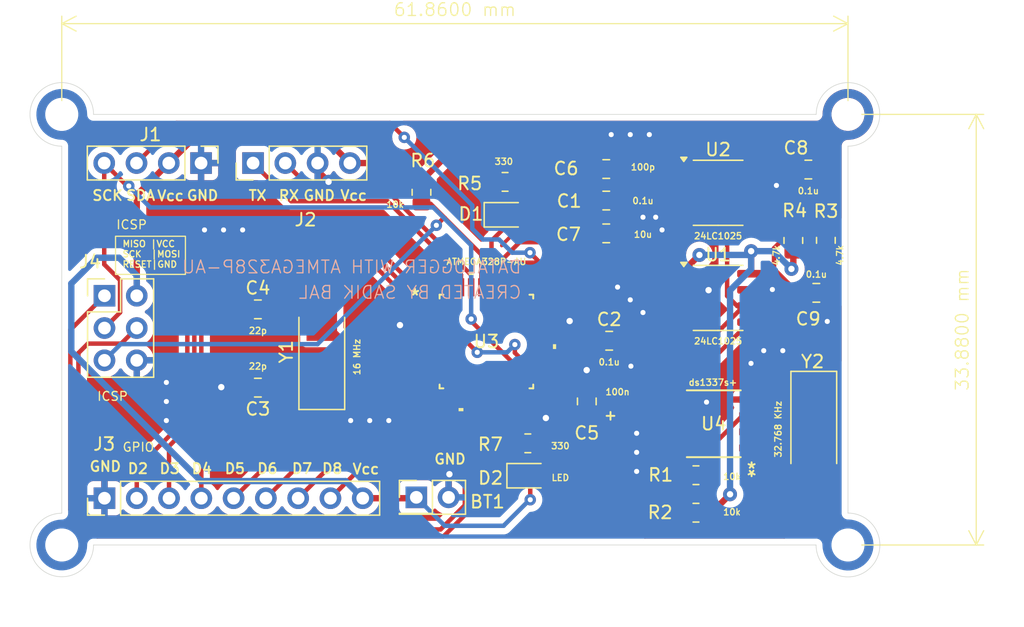
<source format=kicad_pcb>
(kicad_pcb (version 20240108) (generator "pcbnew") (generator_version "8.0")
  (title_block (title "MCU Datalogger 2 Layer Version ") (date "2025-08-22") (company "sadık"))
  (layers (0 "F.Cu" signal) (31 "B.Cu" signal) (34 "B.Paste" user) (35 "F.Paste" user) (36 "B.SilkS" user "B.Silkscreen") (37 "F.SilkS" user "F.Silkscreen") (38 "B.Mask" user) (39 "F.Mask" user) (44 "Edge.Cuts" user))
  (property "poroject_name" "MCU datalogger and clock")
  (net 0 "")
  (net 1 "GND")
  (net 2 "/Vcc")
  (net 3 "Net-(U3-AREF)")
  (net 4 "Net-(U3-PB7(PCINT7{slash}XTAL2{slash}TOSC2))")
  (net 5 "Net-(U3-PB6(PCINT6{slash}XTAL1{slash}TOSC1))")
  (net 6 "/SCK")
  (net 7 "Net-(D1-K)")
  (net 8 "Net-(D2-K)")
  (net 9 "/SDA")
  (net 10 "/TX")
  (net 11 "/RX")
  (net 12 "/D8")
  (net 13 "/D4")
  (net 14 "/D2")
  (net 15 "/D3")
  (net 16 "/D7")
  (net 17 "/D5")
  (net 18 "/D6")
  (net 19 "/MISO")
  (net 20 "/RESET")
  (net 21 "/MOSI")
  (net 22 "/inta")
  (net 23 "Net-(U4-SQW{slash}*INTB)")
  (net 33 "Net-(U4-X2)")
  (net 34 "Net-(U4-X1)")
  (footprint "Capacitor_SMD:C_0805_2012Metric" (layer "F.Cu") (at 121.58 139.49 90)
    (property "Reference" "C5")
    (property "Value" "100n")
  )
  (footprint "Capacitor_SMD:C_0805_2012Metric" (layer "F.Cu") (at 123.3411 134.72)
    (property "Reference" "C2")
    (property "Value" "0.1u")
  )
  (footprint "ul_ds1337s-:21-0041B_8_MXM" (layer "F.Cu") (at 131.57 141.25 180)
    (property "Reference" "U4")
    (property "Value" "ds1337s+")
  )
  (footprint "MountingHole:MountingHole_2.1mm" (layer "F.Cu") (at 142.13 116.91)
    (property "Reference" "H3" (hide yes))
    (property "Value" "MountingHole" (hide yes))
  )
  (footprint "LED_SMD:LED_0805_2012Metric" (layer "F.Cu") (at 115.19 124.81)
    (property "Reference" "D1")
    (property "Value" "LED" (hide yes))
  )
  (footprint "Capacitor_SMD:C_0805_2012Metric" (layer "F.Cu") (at 123.11 121.21 180)
    (property "Reference" "C6")
    (property "Value" "100p")
  )
  (footprint "MountingHole:MountingHole_2.1mm" (layer "F.Cu") (at 142.13 150.79)
    (property "Reference" "H4" (hide yes))
    (property "Value" "MountingHole" (hide yes))
  )
  (footprint "Capacitor_SMD:C_0805_2012Metric" (layer "F.Cu") (at 95.7 138.41 180)
    (property "Reference" "C3")
    (property "Value" "22p")
  )
  (footprint "Crystal:Crystal_SMD_5032-2Pin_5.0x3.2mm_HandSoldering" (layer "F.Cu") (at 100.73 135.58 90)
    (property "Reference" "Y1")
    (property "Value" "16 MHz")
  )
  (footprint "Connector_PinHeader_2.54mm:PinHeader_1x04_P2.54mm_Vertical" (layer "F.Cu") (at 91.23 120.74 -90)
    (property "Reference" "J1")
    (property "Value" "Conn_01x04_Pin" (hide yes))
  )
  (footprint "Connector_PinHeader_2.54mm:PinHeader_1x04_P2.54mm_Vertical" (layer "F.Cu") (at 95.32 120.74 90)
    (property "Reference" "J2")
    (property "Value" "Conn_01x04_Pin" (hide yes))
  )
  (footprint "Resistor_SMD:R_0805_2012Metric" (layer "F.Cu") (at 130.17 145.3)
    (property "Reference" "R1")
    (property "Value" "10k")
  )
  (footprint "Connector_PinHeader_2.54mm:PinHeader_2x01_P2.54mm_Vertical" (layer "F.Cu") (at 108.165 147.04)
    (property "Reference" "BT1")
    (property "Value" "Battery" (hide yes))
  )
  (footprint "LED_SMD:LED_0805_2012Metric" (layer "F.Cu") (at 116.98 145.34)
    (property "Reference" "D2")
    (property "Value" "LED")
  )
  (footprint "Capacitor_SMD:C_0805_2012Metric" (layer "F.Cu") (at 139.01 121.25)
    (property "Reference" "C8")
    (property "Value" "0.1u")
  )
  (footprint "MountingHole:MountingHole_2.1mm" (layer "F.Cu") (at 80.27 116.91)
    (property "Reference" "H1" (hide yes))
    (property "Value" "MountingHole" (hide yes))
  )
  (footprint "MountingHole:MountingHole_2.1mm" (layer "F.Cu") (at 80.27 150.79)
    (property "Reference" "H2" (hide yes))
    (property "Value" "MountingHole" (hide yes))
  )
  (footprint "Resistor_SMD:R_0805_2012Metric" (layer "F.Cu") (at 116.94 142.79)
    (property "Reference" "R7")
    (property "Value" "330")
  )
  (footprint "Capacitor_SMD:C_0805_2012Metric" (layer "F.Cu") (at 123.11 123.69 180)
    (property "Reference" "C1")
    (property "Value" "0.1u")
  )
  (footprint "Resistor_SMD:R_0805_2012Metric" (layer "F.Cu") (at 108.5711 123.04 90)
    (property "Reference" "R6")
    (property "Value" "10k")
  )
  (footprint "Capacitor_SMD:C_0805_2012Metric" (layer "F.Cu") (at 95.7 132.25)
    (property "Reference" "C4")
    (property "Value" "22p")
  )
  (footprint "Connector_PinHeader_2.54mm:PinHeader_1x09_P2.54mm_Vertical" (layer "F.Cu") (at 83.63 147.11 90)
    (property "Reference" "J3")
    (property "Value" "Conn_01x09_Pin" (hide yes))
  )
  (footprint "Capacitor_SMD:C_0805_2012Metric" (layer "F.Cu") (at 139.64 130.95 180)
    (property "Reference" "C9")
    (property "Value" "0.1u")
  )
  (footprint "Resistor_SMD:R_0805_2012Metric" (layer "F.Cu") (at 130.17 148.25 180)
    (property "Reference" "R2")
    (property "Value" "10k")
  )
  (footprint "Crystal:Crystal_SMD_5032-2Pin_5.0x3.2mm_HandSoldering" (layer "F.Cu") (at 139.44 141.68 -90)
    (property "Reference" "Y2")
    (property "Value" "32.768 KHz")
  )
  (footprint "Resistor_SMD:R_0805_2012Metric" (layer "F.Cu") (at 137.83 126.83 90)
    (property "Reference" "R4")
    (property "Value" "4.7k")
  )
  (footprint "Package_SO:SOIC-8_3.9x4.9mm_P1.27mm" (layer "F.Cu") (at 131.9111 131.35)
    (property "Reference" "U1")
    (property "Value" "24LC1025")
  )
  (footprint "Capacitor_SMD:C_0805_2012Metric" (layer "F.Cu") (at 123.11 126.27 180)
    (property "Reference" "C7")
    (property "Value" "10u")
  )
  (footprint "Resistor_SMD:R_0805_2012Metric" (layer "F.Cu") (at 115.15 122.22)
    (property "Reference" "R5")
    (property "Value" "330")
  )
  (footprint "ul_ATMEGA328P-AU:TQFP32_32A_MCH" (layer "F.Cu") (at 113.6811 134.78)
    (property "Reference" "U3")
    (property "Value" "ATMEGA328P-AU")
  )
  (footprint "Connector_PinHeader_2.54mm:PinHeader_2x03_P2.54mm_Vertical" (layer "F.Cu") (at 83.63 131.18)
    (property "Reference" "J4")
    (property "Value" "Conn_02x03_Odd_Even" (hide yes))
  )
  (footprint "Resistor_SMD:R_0805_2012Metric" (layer "F.Cu") (at 140.39 126.82 90)
    (property "Reference" "R3")
    (property "Value" "4.7k")
  )
  (footprint "Package_SO:SOIC-8_3.9x4.9mm_P1.27mm" (layer "F.Cu") (at 131.9111 123.08)
    (property "Reference" "U2")
    (property "Value" "24LC1025")
  )
  (gr_rect (start 84.5 126.5) (end 90 129.5) (stroke (width 0.1)) (fill none) (layer "F.SilkS"))
  (gr_arc (start 80.27 119.41) (mid 78.502233 115.142233) (end 82.77 116.91) (stroke (width 0.05)) (layer "Edge.Cuts"))
  (gr_arc (start 142.13 148.28) (mid 143.904838 152.564838) (end 139.62 150.79) (stroke (width 0.05)) (layer "Edge.Cuts"))
  (gr_line (start 82.77 116.91) (end 139.63 116.91) (stroke (width 0.05)) (layer "Edge.Cuts"))
  (gr_arc (start 82.77 150.79) (mid 78.502233 152.557767) (end 80.27 148.29) (stroke (width 0.05)) (layer "Edge.Cuts"))
  (gr_line (start 142.13 119.41) (end 142.13 148.28) (stroke (width 0.05)) (layer "Edge.Cuts"))
  (gr_arc (start 139.63 116.91) (mid 143.897767 115.142233) (end 142.13 119.41) (stroke (width 0.05)) (layer "Edge.Cuts"))
  (gr_line (start 139.62 150.79) (end 82.77 150.79) (stroke (width 0.05)) (layer "Edge.Cuts"))
  (gr_line (start 80.27 148.29) (end 80.27 119.41) (stroke (width 0.05)) (layer "Edge.Cuts"))
  (gr_text "DATALOGGER WITH ATMEGA328P-AU" (at 116.5 129.5 0) (layer "B.SilkS") (effects (font (size 1 1) (thickness 0.1)) (justify left bottom mirror)))
  (gr_text "CREATED BY SADIK BAL" (at 116.5 131.5 0) (layer "B.SilkS") (effects (font (size 1 1) (thickness 0.1)) (justify left bottom mirror)))
  (gr_text "RX" (at 97.26 123.76 0) (layer "F.SilkS") (effects (font (size 0.8 0.8)) (justify left bottom)))
  (gr_text "D7" (at 98.3 145.25 0) (layer "F.SilkS") (effects (font (size 0.8 0.8)) (justify left bottom)))
  (gr_text "D5" (at 93.01 145.25 0) (layer "F.SilkS") (effects (font (size 0.8 0.8)) (justify left bottom)))
  (gr_text "SDA" (at 85.25 123.76 0) (layer "F.SilkS") (effects (font (size 0.8 0.8)) (justify left bottom)))
  (gr_text "Vcc" (at 102.11 123.76 0) (layer "F.SilkS") (effects (font (size 0.8 0.8)) (justify left bottom)))
  (gr_text "D6" (at 95.57 145.25 0) (layer "F.SilkS") (effects (font (size 0.8 0.8)) (justify left bottom)))
  (gr_text "D4" (at 90.41 145.25 0) (layer "F.SilkS") (effects (font (size 0.8 0.8)) (justify left bottom)))
  (gr_text "GND" (at 82.38 145.08 0) (layer "F.SilkS") (effects (font (size 0.8 0.8)) (justify left bottom)))
  (gr_text "GND" (at 99.21 123.76 0) (layer "F.SilkS") (effects (font (size 0.8 0.8)) (justify left bottom)))
  (gr_text "D2" (at 85.38 145.25 0) (layer "F.SilkS") (effects (font (size 0.8 0.8)) (justify left bottom)))
  (gr_text "TX" (at 94.89 123.76 0) (layer "F.SilkS") (effects (font (size 0.8 0.8)) (justify left bottom)))
  (gr_text "GND" (at 90.03 123.76 0) (layer "F.SilkS") (effects (font (size 0.8 0.8)) (justify left bottom)))
  (gr_text "SCK" (at 82.59 123.76 0) (layer "F.SilkS") (effects (font (size 0.8 0.8)) (justify left bottom)))
  (gr_text "D8" (at 100.67 145.25 0) (layer "F.SilkS") (effects (font (size 0.8 0.8)) (justify left bottom)))
  (gr_text "GND" (at 109.5 144.5 0) (layer "F.SilkS") (effects (font (size 0.8 0.8)) (justify left bottom)))
  (gr_text "+" (at 122.85 141.04 0) (layer "F.SilkS") (effects (font (size 0.8 0.8) (thickness 0.15) (bold yes)) (justify left bottom)))
  (gr_text "ICSP" (at 84.5 126 0) (layer "F.SilkS") (effects (font (size 0.7 0.7) (thickness 0.1)) (justify left bottom)))
  (gr_text "Vcc" (at 87.7 123.78 0) (layer "F.SilkS") (effects (font (size 0.8 0.8)) (justify left bottom)))
  (gr_text "GPIO" (at 85 143.5 0) (layer "F.SilkS") (effects (font (size 0.7 0.7) (thickness 0.1)) (justify left bottom)))
  (gr_text "MISO |VCC\nSCK  |MOSI\nRESET|GND" (at 85 129 0) (layer "F.SilkS") (effects (font (size 0.5 0.5) (thickness 0.1)) (justify left bottom)))
  (gr_text "D3" (at 87.88 145.25 0) (layer "F.SilkS") (effects (font (size 0.8 0.8)) (justify left bottom)))
  (gr_text "Vcc" (at 103.07 145.28 0) (layer "F.SilkS") (effects (font (size 0.8 0.8)) (justify left bottom)))
  (gr_text "ICSP" (at 83 139.5 0) (layer "F.SilkS") (effects (font (size 0.7 0.7) (thickness 0.1)) (justify left bottom)))
  (dimension (type aligned) (layer "F.SilkS") (pts (xy 142.13 116.91) (xy 142.13 150.79)) (height -10.09) (gr_text "33.8800 mm" (at 151.12 133.85 90) (layer "F.SilkS") (effects (font (size 1 1) (thickness 0.1)))) (format (prefix "") (suffix "") (units 3) (units_format 1) (precision 4)) (style (thickness 0.1) (arrow_length 1.27) (text_position_mode 0) (extension_height 0.58642) (extension_offset 0.5) keep_text_aligned))
  (dimension (type aligned) (layer "F.SilkS") (pts (xy 142.13 116.91) (xy 80.27 116.91)) (height 7.139999) (gr_text "61.8600 mm" (at 111.2 108.670001 0) (layer "F.SilkS") (effects (font (size 1 1) (thickness 0.1)))) (format (prefix "") (suffix "") (units 3) (units_format 1) (precision 4)) (style (thickness 0.1) (arrow_length 1.27) (text_position_mode 0) (extension_height 0.58642) (extension_offset 0.5) keep_text_aligned))
  (segment (start 100.4 121.355) (end 101.26 122.215) (width 0.5) (layer "F.Cu") (net 1))
  (segment (start 138.69 131.39) (end 140.5 133.2) (width 0.5) (layer "F.Cu") (net 1))
  (segment (start 83.63 147.11) (end 83.63 142.57) (width 0.5) (layer "F.Cu") (net 1))
  (segment (start 124.2911 135.9611) (end 125.05 136.72) (width 0.5) (layer "F.Cu") (net 1))
  (segment (start 134.3861 130.715) (end 136.155 130.715) (width 0.5) (layer "F.Cu") (net 1))
  (segment (start 133.757706 122.445) (end 134.3861 122.445) (width 0.5) (layer "F.Cu") (net 1))
  (segment (start 107.679999 135.179999) (end 106.88 134.38) (width 0.5) (layer "F.Cu") (net 1))
  (segment (start 124.2911 134.72) (end 124.2911 135.9611) (width 0.5) (layer "F.Cu") (net 1))
  (segment (start 119.019999 134.380001) (end 120.23 133.17) (width 0.5) (layer "F.Cu") (net 1))
  (segment (start 117.8525 141.3075) (end 118.36 140.8) (width 0.5) (layer "F.Cu") (net 1))
  (segment (start 134.291348 139.345) (end 134.291348 136.708652) (width 0.5) (layer "F.Cu") (net 1))
  (segment (start 109.4139 133.58) (end 106.97 133.58) (width 0.5) (layer "F.Cu") (net 1))
  (segment (start 136.155 130.715) (end 136.18 130.69) (width 0.5) (layer "F.Cu") (net 1))
  (segment (start 92.86 138.41) (end 92.82 138.37) (width 0.5) (layer "F.Cu") (net 1))
  (segment (start 136.445 122.445) (end 136.5 122.5) (width 0.5) (layer "F.Cu") (net 1))
  (segment (start 117.9483 134.380001) (end 119.019999 134.380001) (width 0.5) (layer "F.Cu") (net 1))
  (segment (start 138.69 130.95) (end 138.69 131.39) (width 0.5) (layer "F.Cu") (net 1))
  (segment (start 86.17 140.03) (end 86.17 136.26) (width 0.5) (layer "F.Cu") (net 1))
  (segment (start 100.4 120.74) (end 100.4 121.355) (width 0.5) (layer "F.Cu") (net 1))
  (segment (start 109.4139 135.179999) (end 107.679999 135.179999) (width 0.5) (layer "F.Cu") (net 1))
  (segment (start 134.3861 122.445) (end 136.445 122.445) (width 0.5) (layer "F.Cu") (net 1))
  (segment (start 110.705 147.04) (end 110.705 145.285) (width 0.5) (layer "F.Cu") (net 1))
  (segment (start 129.4361 130.715) (end 131.135 130.715) (width 0.5) (layer "F.Cu") (net 1))
  (segment (start 121.58 137.04) (end 121.57 137.03) (width 0.5) (layer "F.Cu") (net 1))
  (segment (start 83.63 142.57) (end 86.17 140.03) (width 0.5) (layer "F.Cu") (net 1))
  (segment (start 131.135 130.715) (end 131.16 130.74) (width 0.5) (layer "F.Cu") (net 1))
  (segment (start 134.291348 136.708652) (end 134.5 136.5) (width 0.5) (layer "F.Cu") (net 1))
  (segment (start 121.58 138.54) (end 121.58 137.04) (width 0.5) (layer "F.Cu") (net 1))
  (segment (start 110.705 145.285) (end 110.77 145.22) (width 0.5) (layer "F.Cu") (net 1))
  (segment (start 106.88 134.38) (end 106.88 133.49) (width 0.5) (layer "F.Cu") (net 1))
  (segment (start 94.75 138.41) (end 94.75 139.1) (width 0.5) (layer "F.Cu") (net 1))
  (segment (start 106.97 133.58) (end 106.88 133.49) (width 0.5) (layer "F.Cu") (net 1))
  (segment (start 94.75 138.41) (end 92.86 138.41) (width 0.5) (layer "F.Cu") (net 1))
  (segment (start 117.8525 142.79) (end 117.8525 141.3075) (width 0.5) (layer "F.Cu") (net 1))
  (via (at 131 139.55) (size 0.9) (drill 0.4) (layers "F.Cu" "B.Cu") (net 1))
  (via (at 125 118.5) (size 0.9) (drill 0.4) (layers "F.Cu" "B.Cu") (net 1))
  (via (at 106 141) (size 0.9) (drill 0.4) (layers "F.Cu" "B.Cu") (net 1))
  (via (at 125.05 136.72) (size 0.9) (drill 0.4) (layers "F.Cu" "B.Cu") (net 1))
  (via (at 94.5 126) (size 0.9) (drill 0.4) (layers "F.Cu" "B.Cu") (net 1))
  (via (at 88.5 139.5) (size 0.9) (drill 0.4) (layers "F.Cu" "B.Cu") (net 1))
  (via (at 104.5 141) (size 0.9) (drill 0.4) (layers "F.Cu" "B.Cu") (net 1))
  (via (at 110.77 145.22) (size 1.1) (drill 0.5) (layers "F.Cu" "B.Cu") (net 1))
  (via (at 118.36 140.8) (size 1.1) (drill 0.5) (layers "F.Cu" "B.Cu") (net 1))
  (via (at 91.5 126) (size 0.9) (drill 0.4) (layers "F.Cu" "B.Cu") (net 1))
  (via (at 127.5 126) (size 0.9) (drill 0.4) (layers "F.Cu" "B.Cu") (net 1))
  (via (at 120.23 133.17) (size 1.1) (drill 0.5) (layers "F.Cu" "B.Cu") (net 1))
  (via (at 103 141) (size 0.9) (drill 0.4) (layers "F.Cu" "B.Cu") (net 1))
  (via (at 123.5 118.5) (size 0.9) (drill 0.4) (layers "F.Cu" "B.Cu") (net 1))
  (via (at 127 125) (size 0.9) (drill 0.4) (layers "F.Cu" "B.Cu") (net 1))
  (via (at 140.5 133.2) (size 0.9) (drill 0.4) (layers "F.Cu" "B.Cu") (net 1))
  (via (at 93 126) (size 0.9) (drill 0.4) (layers "F.Cu" "B.Cu") (net 1))
  (via (at 121.57 137.03) (size 1.1) (drill 0.5) (layers "F.Cu" "B.Cu") (net 1))
  (via (at 126 125) (size 0.9) (drill 0.4) (layers "F.Cu" "B.Cu") (net 1))
  (via (at 101.26 122.215) (size 1.1) (drill 0.5) (layers "F.Cu" "B.Cu") (net 1))
  (via (at 92.82 138.37) (size 1.1) (drill 0.5) (layers "F.Cu" "B.Cu") (net 1))
  (via (at 88.5 141) (size 0.9) (drill 0.4) (layers "F.Cu" "B.Cu") (net 1))
  (via (at 124 130.5) (size 0.9) (drill 0.4) (layers "F.Cu" "B.Cu") (net 1))
  (via (at 125 131.5) (size 0.9) (drill 0.4) (layers "F.Cu" "B.Cu") (net 1))
  (via (at 106.88 133.49) (size 1.1) (drill 0.5) (layers "F.Cu" "B.Cu") (net 1))
  (via (at 134.5 136.5) (size 0.9) (drill 0.4) (layers "F.Cu" "B.Cu") (net 1))
  (via (at 88.5 138) (size 0.9) (drill 0.4) (layers "F.Cu" "B.Cu") (net 1))
  (via (at 126.5 118.5) (size 0.9) (drill 0.4) (layers "F.Cu" "B.Cu") (net 1))
  (via (at 135.5 135.5) (size 0.9) (drill 0.4) (layers "F.Cu" "B.Cu") (net 1))
  (via (at 136.18 130.69) (size 0.9) (drill 0.4) (layers "F.Cu" "B.Cu") (net 1))
  (via (at 137 135.5) (size 0.9) (drill 0.4) (layers "F.Cu" "B.Cu") (net 1))
  (via (at 126 132.5) (size 0.9) (drill 0.4) (layers "F.Cu" "B.Cu") (net 1))
  (via (at 131.16 130.74) (size 1.1) (drill 0.5) (layers "F.Cu" "B.Cu") (net 1))
  (via (at 136.5 122.5) (size 0.9) (drill 0.4) (layers "F.Cu" "B.Cu") (net 1))
  (via (at 125.5 142) (size 0.9) (drill 0.4) (layers "F.Cu" "B.Cu") (net 1))
  (via (at 125.5 145) (size 0.9) (drill 0.4) (layers "F.Cu" "B.Cu") (net 1))
  (via (at 125.5 143.5) (size 0.9) (drill 0.4) (layers "F.Cu" "B.Cu") (net 1))
  (segment (start 140.39 127.7325) (end 140.39 130.75) (width 0.5) (layer "F.Cu") (net 2))
  (segment (start 107.1836 120.74) (end 108.5711 122.1275) (width 0.5) (layer "F.Cu") (net 2))
  (segment (start 129.4361 129.445) (end 128.461101 129.445) (width 0.5) (layer "F.Cu") (net 2))
  (segment (start 134.51 129.3211) (end 134.3861 129.445) (width 0.5) (layer "F.Cu") (net 2))
  (segment (start 117.13 147.23) (end 117.13 146.1275) (width 0.35) (layer "F.Cu") (net 2))
  (segment (start 115.92 135.6669) (end 117.033101 136.780001) (width 0.35) (layer "F.Cu") (net 2))
  (segment (start 129.2575 143.563848) (end 128.848652 143.155) (width 0.5) (layer "F.Cu") (net 2))
  (segment (start 86.17 123.26) (end 88.69 120.74) (width 0.5) (layer "F.Cu") (net 2))
  (segment (start 129.4361 122.445) (end 129.4361 123.715) (width 0.5) (layer "F.Cu") (net 2))
  (segment (start 108.095 147.11) (end 108.165 147.04) (width 0.5) (layer "F.Cu") (net 2))
  (segment (start 117.033101 136.780001) (end 117.9483 136.780001) (width 0.35) (layer "F.Cu") (net 2))
  (segment (start 111.710001 134.380001) (end 112.96 135.63) (width 0.35) (layer "F.Cu") (net 2))
  (segment (start 124.06 121.21) (end 123.952588 121.21) (width 0.5) (layer "F.Cu") (net 2))
  (segment (start 119.230001 136.780001) (end 117.9483 136.780001) (width 0.35) (layer "F.Cu") (net 2))
  (segment (start 129.4361 121.175) (end 129.4361 122.445) (width 0.5) (layer "F.Cu") (net 2))
  (segment (start 129.2575 145.3) (end 129.2575 143.563848) (width 0.5) (layer "F.Cu") (net 2))
  (segment (start 129.4361 128.9739) (end 129.4361 129.445) (width 0.5) (layer "F.Cu") (net 2))
  (segment (start 119.89 137.42) (end 119.87 137.42) (width 0.35) (layer "F.Cu") (net 2))
  (segment (start 127.235 129.445) (end 129.4361 129.445) (width 0.5) (layer "F.Cu") (net 2))
  (segment (start 124.06 126.27) (end 127.235 129.445) (width 0.5) (layer "F.Cu") (net 2))
  (segment (start 131.0825 148.25) (end 131.4 148.25) (width 0.5) (layer "F.Cu") (net 2))
  (segment (start 115.92 135.02) (end 115.92 135.6669) (width 0.35) (layer "F.Cu") (net 2))
  (segment (start 134.51 127.67) (end 134.51 129.3211) (width 0.5) (layer "F.Cu") (net 2))
  (segment (start 119.87 137.42) (end 119.230001 136.780001) (width 0.35) (layer "F.Cu") (net 2))
  (segment (start 131.0825 147.125) (end 129.2575 145.3) (width 0.5) (layer "F.Cu") (net 2))
  (segment (start 124.06 121.21) (end 124.06 123.69) (width 0.5) (layer "F.Cu") (net 2))
  (segment (start 129.4361 121.175) (end 134.3861 121.175) (width 0.5) (layer "F.Cu") (net 2))
  (segment (start 100.84 118.64) (end 102.94 120.74) (width 0.5) (layer "F.Cu") (net 2))
  (segment (start 129.4011 121.21) (end 129.4361 121.175) (width 0.5) (layer "F.Cu") (net 2))
  (segment (start 124.06 121.21) (end 129.4011 121.21) (width 0.5) (layer "F.Cu") (net 2))
  (segment (start 122.727588 119.985) (end 110.7136 119.985) (width 0.5) (layer "F.Cu") (net 2))
  (segment (start 137.83 128.92) (end 137.68 129.07) (width 0.5) (layer "F.Cu") (net 2))
  (segment (start 131.0825 148.25) (end 131.0825 147.125) (width 0.5) (layer "F.Cu") (net 2))
  (segment (start 130.44 127.97) (end 129.4361 128.9739) (width 0.5) (layer "F.Cu") (net 2))
  (segment (start 121.58 141.6775) (end 117.9175 145.34) (width 0.35) (layer "F.Cu") (net 2))
  (segment (start 127.815 131.985) (end 129.4361 131.985) (width 0.5) (layer "F.Cu") (net 2))
  (segment (start 127.15 130.756101) (end 127.15 131.32) (width 0.5) (layer "F.Cu") (net 2))
  (segment (start 128.461101 129.445) (end 127.15 130.756101) (width 0.5) (layer "F.Cu") (net 2))
  (segment (start 140.39 130.75) (end 140.59 130.95) (width 0.5) (layer "F.Cu") (net 2))
  (segment (start 138.06 121.25) (end 134.4611 121.25) (width 0.5) (layer "F.Cu") (net 2))
  (segment (start 124.06 123.69) (end 124.06 126.27) (width 0.5) (layer "F.Cu") (net 2))
  (segment (start 86.17 131.18) (end 86.17 123.26) (width 0.5) (layer "F.Cu") (net 2))
  (segment (start 121.58 140.44) (end 121.58 141.6775) (width 0.35) (layer "F.Cu") (net 2))
  (segment (start 103.95 147.11) (end 108.095 147.11) (width 0.5) (layer "F.Cu") (net 2))
  (segment (start 110.7136 119.985) (end 108.5711 122.1275) (width 0.5) (layer "F.Cu") (net 2))
  (segment (start 121.58 140.44) (end 119.89 138.75) (width 0.35) (layer "F.Cu") (net 2))
  (segment (start 134.4611 121.25) (end 134.3861 121.175) (width 0.5) (layer "F.Cu") (net 2))
  (segment (start 109.4139 134.380001) (end 111.710001 134.380001) (width 0.35) (layer "F.Cu") (net 2))
  (segment (start 131.4 148.25) (end 132.85 146.8) (width 0.5) (layer "F.Cu") (net 2))
  (segment (start 88.69 120.74) (end 90.79 118.64) (width 0.5) (layer "F.Cu") (net 2))
  (segment (start 137.83 127.7425) (end 137.83 128.92) (width 0.5) (layer "F.Cu") (net 2))
  (segment (start 140.39 127.7325) (end 137.84 127.7325) (width 0.5) (layer "F.Cu") (net 2))
  (segment (start 102.94 120.74) (end 107.1836 120.74) (width 0.5) (layer "F.Cu") (net 2))
  (segment (start 90.79 118.64) (end 100.84 118.64) (width 0.5) (layer "F.Cu") (net 2))
  (segment (start 127.15 131.32) (end 127.815 131.985) (width 0.5) (layer "F.Cu") (net 2))
  (segment (start 119.89 138.75) (end 119.89 137.42) (width 0.35) (layer "F.Cu") (net 2))
  (segment (start 123.952588 121.21) (end 122.727588 119.985) (width 0.5) (layer "F.Cu") (net 2))
  (segment (start 137.84 127.7325) (end 137.83 127.7425) (width 0.5) (layer "F.Cu") (net 2))
  (segment (start 117.13 146.1275) (end 117.9175 145.34) (width 0.35) (layer "F.Cu") (net 2))
  (via (at 112.96 135.63) (size 0.9) (drill 0.4) (layers "F.Cu" "B.Cu") (net 2))
  (via (at 117.13 147.23) (size 0.9) (drill 0.4) (layers "F.Cu" "B.Cu") (net 2))
  (via (at 132.85 146.8) (size 1.1) (drill 0.5) (layers "F.Cu" "B.Cu") (net 2))
  (via (at 134.51 127.67) (size 1.1) (drill 0.5) (layers "F.Cu" "B.Cu") (net 2))
  (via (at 137.68 129.07) (size 1.1) (drill 0.5) (layers "F.Cu" "B.Cu") (net 2))
  (via (at 115.92 135.02) (size 0.9) (drill 0.4) (layers "F.Cu" "B.Cu") (net 2))
  (via (at 130.44 127.97) (size 1.1) (drill 0.5) (layers "F.Cu" "B.Cu") (net 2))
  (segment (start 81.02 135.559189) (end 81.02 130.22) (width 0.5) (layer "B.Cu") (net 2))
  (segment (start 83.05 128.19) (end 84.78 128.19) (width 0.5) (layer "B.Cu") (net 2))
  (segment (start 115.04 149.27) (end 117.08 147.23) (width 0.35) (layer "B.Cu") (net 2))
  (segment (start 136.28 127.67) (end 137.68 129.07) (width 0.5) (layer "B.Cu") (net 2))
  (segment (start 81.02 130.22) (end 83.05 128.19) (width 0.5) (layer "B.Cu") (net 2))
  (segment (start 134.51 129.09) (end 132.85 130.75) (width 0.5) (layer "B.Cu") (net 2))
  (segment (start 132.85 130.75) (end 132.85 146.8) (width 0.5) (layer "B.Cu") (net 2))
  (segment (start 91.220811 145.76) (end 81.02 135.559189) (width 0.5) (layer "B.Cu") (net 2))
  (segment (start 112.96 135.63) (end 115.31 135.63) (width 0.35) (layer "B.Cu") (net 2))
  (segment (start 134.21 127.97) (end 134.51 127.67) (width 0.5) (layer "B.Cu") (net 2))
  (segment (start 86.17 129.58) (end 86.17 131.18) (width 0.5) (layer "B.Cu") (net 2))
  (segment (start 134.51 127.67) (end 134.51 129.09) (width 0.5) (layer "B.Cu") (net 2))
  (segment (start 84.78 128.19) (end 86.17 129.58) (width 0.5) (layer "B.Cu") (net 2))
  (segment (start 110.405 149.28) (end 115.03 149.28) (width 0.35) (layer "B.Cu") (net 2))
  (segment (start 117.08 147.23) (end 117.13 147.23) (width 0.35) (layer "B.Cu") (net 2))
  (segment (start 108.165 147.04) (end 110.405 149.28) (width 0.35) (layer "B.Cu") (net 2))
  (segment (start 130.44 127.97) (end 134.21 127.97) (width 0.5) (layer "B.Cu") (net 2))
  (segment (start 134.51 127.67) (end 136.28 127.67) (width 0.5) (layer "B.Cu") (net 2))
  (segment (start 102.6 145.76) (end 91.220811 145.76) (width 0.5) (layer "B.Cu") (net 2))
  (segment (start 103.95 147.11) (end 102.6 145.76) (width 0.5) (layer "B.Cu") (net 2))
  (segment (start 115.31 135.63) (end 115.92 135.02) (width 0.35) (layer "B.Cu") (net 2))
  (segment (start 115.03 149.28) (end 115.04 149.27) (width 0.35) (layer "B.Cu") (net 2))
  (segment (start 121.931101 135.179999) (end 117.9483 135.179999) (width 0.35) (layer "F.Cu") (net 3))
  (segment (start 122.3911 134.72) (end 121.931101 135.179999) (width 0.35) (layer "F.Cu") (net 3))
  (segment (start 100.5 138.41) (end 100.73 138.18) (width 0.35) (layer "F.Cu") (net 4))
  (segment (start 100.73 138.18) (end 108.813899 138.18) (width 0.35) (layer "F.Cu") (net 4))
  (segment (start 96.65 138.41) (end 100.5 138.41) (width 0.35) (layer "F.Cu") (net 4))
  (segment (start 108.813899 138.18) (end 109.4139 137.579999) (width 0.35) (layer "F.Cu") (net 4))
  (segment (start 97.38 132.98) (end 100.73 132.98) (width 0.35) (layer "F.Cu") (net 5))
  (segment (start 100.73 132.98) (end 104.529999 136.779999) (width 0.35) (layer "F.Cu") (net 5))
  (segment (start 96.65 132.25) (end 97.38 132.98) (width 0.35) (layer "F.Cu") (net 5))
  (segment (start 104.529999 136.779999) (end 109.4139 136.779999) (width 0.35) (layer "F.Cu") (net 5))
  (segment (start 127.72 139.947497) (end 127.72 138.199482) (width 0.35) (layer "F.Cu") (net 6))
  (segment (start 140.39 125.9075) (end 138.1975 123.715) (width 0.35) (layer "F.Cu") (net 6))
  (segment (start 84.855 129.955) (end 84.855 132.495) (width 0.35) (layer "F.Cu") (net 6))
  (segment (start 84.29 121.42) (end 83.61 120.74) (width 0.35) (layer "F.Cu") (net 6))
  (segment (start 83.61 128.71) (end 84.855 129.955) (width 0.35) (layer "F.Cu") (net 6))
  (segment (start 133.411101 131.985) (end 132.62 131.193899) (width 0.35) (layer "F.Cu") (net 6))
  (segment (start 116.8871 137.579999) (end 114.081099 134.773998) (width 0.35) (layer "F.Cu") (net 6))
  (segment (start 127.72 136.462378) (end 127.72 138.199482) (width 0.35) (layer "F.Cu") (net 6))
  (segment (start 114.081099 134.771099) (end 114.081099 134.773998) (width 0.35) (layer "F.Cu") (net 6))
  (segment (start 114.081099 134.773998) (end 114.081099 130.5128) (width 0.35) (layer "F.Cu") (net 6))
  (segment (start 112.48 133.17) (end 114.081099 134.771099) (width 0.35) (layer "F.Cu") (net 6))
  (segment (start 134.3861 131.985) (end 133.411101 131.985) (width 0.35) (layer "F.Cu") (net 6))
  (segment (start 118.222622 126.965) (end 127.72 136.462378) (width 0.35) (layer "F.Cu") (net 6))
  (segment (start 133.595 123.715) (end 134.3861 123.715) (width 0.35) (layer "F.Cu") (net 6))
  (segment (start 117.9483 137.579999) (end 116.8871 137.579999) (width 0.35) (layer "F.Cu") (net 6))
  (segment (start 132.62 124.69) (end 133.595 123.715) (width 0.35) (layer "F.Cu") (net 6))
  (segment (start 116.296099 126.965) (end 118.222622 126.965) (width 0.35) (layer "F.Cu") (net 6))
  (segment (start 128.848652 140.615) (end 128.387503 140.615) (width 0.35) (layer "F.Cu") (net 6))
  (segment (start 127.72 138.199482) (end 133.934482 131.985) (width 0.35) (layer "F.Cu") (net 6))
  (segment (start 133.934482 131.985) (end 134.3861 131.985) (width 0.35) (layer "F.Cu") (net 6))
  (segment (start 114.081099 126.856401) (end 114.081099 129.18) (width 0.35) (layer "F.Cu") (net 6))
  (segment (start 83.61 120.74) (end 83.61 128.71) (width 0.35) (layer "F.Cu") (net 6))
  (segment (start 114.081099 129.18) (end 114.081099 130.5128) (width 0.35) (layer "F.Cu") (net 6))
  (segment (start 112.48 133.01) (end 112.48 133.17) (width 0.35) (layer "F.Cu") (net 6))
  (segment (start 116.1275 124.81) (end 114.081099 126.856401) (width 0.35) (layer "F.Cu") (net 6))
  (segment (start 84.855 132.495) (end 83.63 133.72) (width 0.35) (layer "F.Cu") (net 6))
  (segment (start 114.081099 129.18) (end 116.296099 126.965) (width 0.35) (layer "F.Cu") (net 6))
  (segment (start 128.387503 140.615) (end 127.72 139.947497) (width 0.35) (layer "F.Cu") (net 6))
  (segment (start 132.62 131.193899) (end 132.62 124.69) (width 0.35) (layer "F.Cu") (net 6))
  (segment (start 85.413248 122.543248) (end 84.29 121.42) (width 0.35) (layer "F.Cu") (net 6))
  (segment (start 85.543248 122.543248) (end 85.413248 122.543248) (width 0.35) (layer "F.Cu") (net 6))
  (segment (start 138.1975 123.715) (end 134.3861 123.715) (width 0.35) (layer "F.Cu") (net 6))
  (via (at 112.48 133.01) (size 0.9) (drill 0.4) (layers "F.Cu" "B.Cu") (net 6))
  (via (at 85.543248 122.543248) (size 0.9) (drill 0.4) (layers "F.Cu" "B.Cu") (net 6))
  (segment (start 85.543248 122.543248) (end 87.23 124.23) (width 0.35) (layer "B.Cu") (net 6))
  (segment (start 112.48 127.206545) (end 112.48 133.01) (width 0.35) (layer "B.Cu") (net 6))
  (segment (start 109.503455 124.23) (end 112.48 127.206545) (width 0.35) (layer "B.Cu") (net 6))
  (segment (start 87.23 124.23) (end 109.503455 124.23) (width 0.35) (layer "B.Cu") (net 6))
  (segment (start 114.2375 122.22) (end 114.2375 124.795) (width 0.35) (layer "F.Cu") (net 7))
  (segment (start 114.2375 124.795) (end 114.2525 124.81) (width 0.35) (layer "F.Cu") (net 7))
  (segment (start 116.0425 145.34) (end 116.0425 142.805) (width 0.35) (layer "F.Cu") (net 8))
  (segment (start 116.0425 142.805) (end 116.0275 142.79) (width 0.35) (layer "F.Cu") (net 8))
  (segment (start 118.153455 128.866545) (end 117.86691 128.58) (width 0.35) (layer "F.Cu") (net 9))
  (segment (start 126.145 150.115) (end 123.2661 147.2361) (width 0.35) (layer "F.Cu") (net 9))
  (segment (start 106.09 117.59) (end 107.22 118.72) (width 0.35) (layer "F.Cu") (net 9))
  (segment (start 117.86691 128.58) (end 115.63 128.58) (width 0.35) (layer "F.Cu") (net 9))
  (segment (start 135.3186 125.9175) (end 134.3861 124.985) (width 0.35) (layer "F.Cu") (net 9))
  (segment (start 123.2661 147.2361) (end 123.2661 133.97919) (width 0.35) (layer "F.Cu") (net 9))
  (segment (start 141.4 145.835) (end 137.12 150.115) (width 0.35) (layer "F.Cu") (net 9))
  (segment (start 123.2661 133.97919) (end 118.153455 128.866545) (width 0.35) (layer "F.Cu") (net 9))
  (segment (start 128.848652 139.345) (end 128.848652 138.792448) (width 0.35) (layer "F.Cu") (net 9))
  (segment (start 89.3 117.59) (end 106.09 117.59) (width 0.35) (layer "F.Cu") (net 9))
  (segment (start 137.83 125.9175) (end 135.3186 125.9175) (width 0.35) (layer "F.Cu") (net 9))
  (segment (start 134.3861 133.255) (end 137.315 133.255) (width 0.35) (layer "F.Cu") (net 9))
  (segment (start 137.315 133.255) (end 141.4 137.34) (width 0.35) (layer "F.Cu") (net 9))
  (segment (start 136.31 129.078859) (end 136.31 127.4375) (width 0.35) (layer "F.Cu") (net 9))
  (segment (start 137.12 150.115) (end 126.145 150.115) (width 0.35) (layer "F.Cu") (net 9))
  (segment (start 118.153455 128.833455) (end 118.153455 128.866545) (width 0.35) (layer "F.Cu") (net 9))
  (segment (start 115.63 128.58) (end 114.8811 129.3289) (width 0.35) (layer "F.Cu") (net 9))
  (segment (start 128.848652 138.792448) (end 134.3861 133.255) (width 0.35) (layer "F.Cu") (net 9))
  (segment (start 137.43 130.198859) (end 136.31 129.078859) (width 0.35) (layer "F.Cu") (net 9))
  (segment (start 86.15 120.74) (end 89.3 117.59) (width 0.35) (layer "F.Cu") (net 9))
  (segment (start 136.31 127.4375) (end 137.83 125.9175) (width 0.35) (layer "F.Cu") (net 9))
  (segment (start 114.8811 129.3289) (end 114.8811 130.5128) (width 0.35) (layer "F.Cu") (net 9))
  (segment (start 137.43 131.186099) (end 137.43 130.198859) (width 0.35) (layer "F.Cu") (net 9))
  (segment (start 141.4 137.34) (end 141.4 145.835) (width 0.35) (layer "F.Cu") (net 9))
  (segment (start 135.361099 133.255) (end 137.43 131.186099) (width 0.35) (layer "F.Cu") (net 9))
  (segment (start 134.3861 133.255) (end 135.361099 133.255) (width 0.35) (layer "F.Cu") (net 9))
  (segment (start 117.11 127.79) (end 118.153455 128.833455) (width 0.35) (layer "F.Cu") (net 9))
  (via (at 107.22 118.72) (size 0.9) (drill 0.4) (layers "F.Cu" "B.Cu") (net 9))
  (via (at 117.11 127.79) (size 0.9) (drill 0.4) (layers "F.Cu" "B.Cu") (net 9))
  (segment (start 114.67 126.75) (end 113.41 126.75) (width 0.35) (layer "B.Cu") (net 9))
  (segment (start 112.57 125.91) (end 112.57 124.07) (width 0.35) (layer "B.Cu") (net 9))
  (segment (start 115.71 127.79) (end 114.67 126.75) (width 0.35) (layer "B.Cu") (net 9))
  (segment (start 112.57 124.07) (end 107.22 118.72) (width 0.35) (layer "B.Cu") (net 9))
  (segment (start 113.41 126.75) (end 112.57 125.91) (width 0.35) (layer "B.Cu") (net 9))
  (segment (start 117.11 127.79) (end 115.71 127.79) (width 0.35) (layer "B.Cu") (net 9))
  (segment (start 111.681101 129.518919) (end 105.902182 123.74) (width 0.35) (layer "F.Cu") (net 10))
  (segment (start 98.32 123.74) (end 95.32 120.74) (width 0.35) (layer "F.Cu") (net 10))
  (segment (start 111.681101 130.5128) (end 111.681101 129.518919) (width 0.35) (layer "F.Cu") (net 10))
  (segment (start 105.902182 123.74) (end 98.32 123.74) (width 0.35) (layer "F.Cu") (net 10))
  (segment (start 100.31 123.19) (end 106.13 123.19) (width 0.35) (layer "F.Cu") (net 11))
  (segment (start 106.13 123.19) (end 112.4811 129.5411) (width 0.35) (layer "F.Cu") (net 11))
  (segment (start 112.4811 129.5411) (end 112.4811 130.5128) (width 0.35) (layer "F.Cu") (net 11))
  (segment (start 97.86 120.74) (end 100.31 123.19) (width 0.35) (layer "F.Cu") (net 11))
  (segment (start 113.281101 139.0472) (end 113.281101 140.1084) (width 0.35) (layer "F.Cu") (net 12))
  (segment (start 113.281101 140.1084) (end 108.989501 144.4) (width 0.35) (layer "F.Cu") (net 12))
  (segment (start 108.989501 144.4) (end 104.12 144.4) (width 0.35) (layer "F.Cu") (net 12))
  (segment (start 104.12 144.4) (end 101.41 147.11) (width 0.35) (layer "F.Cu") (net 12))
  (segment (start 109.4139 132.779999) (end 108.498698 132.779999) (width 0.35) (layer "F.Cu") (net 13))
  (segment (start 104.812182 128.75) (end 94.387818 128.75) (width 0.35) (layer "F.Cu") (net 13))
  (segment (start 91.25 131.887818) (end 91.25 147.11) (width 0.35) (layer "F.Cu") (net 13))
  (segment (start 94.387818 128.75) (end 91.25 131.887818) (width 0.35) (layer "F.Cu") (net 13))
  (segment (start 108.3277 132.265518) (end 104.812182 128.75) (width 0.35) (layer "F.Cu") (net 13))
  (segment (start 108.3277 132.609001) (end 108.3277 132.265518) (width 0.35) (layer "F.Cu") (net 13))
  (segment (start 108.498698 132.779999) (end 108.3277 132.609001) (width 0.35) (layer "F.Cu") (net 13))
  (segment (start 90.15 140.792182) (end 86.17 144.772182) (width 0.35) (layer "F.Cu") (net 14))
  (segment (start 86.17 144.772182) (end 86.17 147.11) (width 0.35) (layer "F.Cu") (net 14))
  (segment (start 108.130618 130.5128) (end 105.267818 127.65) (width 0.35) (layer "F.Cu") (net 14))
  (segment (start 110.881101 130.5128) (end 108.130618 130.5128) (width 0.35) (layer "F.Cu") (net 14))
  (segment (start 105.267818 127.65) (end 93.932182 127.65) (width 0.35) (layer "F.Cu") (net 14))
  (segment (start 90.15 131.432182) (end 90.15 140.792182) (width 0.35) (layer "F.Cu") (net 14))
  (segment (start 93.932182 127.65) (end 90.15 131.432182) (width 0.35) (layer "F.Cu") (net 14))
  (segment (start 105.04 128.2) (end 94.16 128.2) (width 0.35) (layer "F.Cu") (net 15))
  (segment (start 88.71 143.01) (end 88.71 147.11) (width 0.35) (layer "F.Cu") (net 15))
  (segment (start 90.7 141.02) (end 88.71 143.01) (width 0.35) (layer "F.Cu") (net 15))
  (segment (start 94.16 128.2) (end 90.7 131.66) (width 0.35) (layer "F.Cu") (net 15))
  (segment (start 90.7 131.66) (end 90.7 141.02) (width 0.35) (layer "F.Cu") (net 15))
  (segment (start 108.820001 131.980001) (end 105.04 128.2) (width 0.35) (layer "F.Cu") (net 15))
  (segment (start 109.4139 131.980001) (end 108.820001 131.980001) (width 0.35) (layer "F.Cu") (net 15))
  (segment (start 112.4811 140.1084) (end 108.7395 143.85) (width 0.35) (layer "F.Cu") (net 16))
  (segment (start 112.4811 139.0472) (end 112.4811 140.1084) (width 0.35) (layer "F.Cu") (net 16))
  (segment (start 102.13 143.85) (end 98.87 147.11) (width 0.35) (layer "F.Cu") (net 16))
  (segment (start 108.7395 143.85) (end 102.13 143.85) (width 0.35) (layer "F.Cu") (net 16))
  (segment (start 110.881101 140.152763) (end 108.3 142.733864) (width 0.35) (layer "F.Cu") (net 17))
  (segment (start 98.166136 142.733864) (end 93.79 147.11) (width 0.35) (layer "F.Cu") (net 17))
  (segment (start 110.881101 139.0472) (end 110.881101 140.152763) (width 0.35) (layer "F.Cu") (net 17))
  (segment (start 108.3 142.733864) (end 98.166136 142.733864) (width 0.35) (layer "F.Cu") (net 17))
  (segment (start 108.511682 143.3) (end 100.14 143.3) (width 0.35) (layer "F.Cu") (net 18))
  (segment (start 100.14 143.3) (end 96.33 147.11) (width 0.35) (layer "F.Cu") (net 18))
  (segment (start 111.681099 140.130583) (end 108.511682 143.3) (width 0.35) (layer "F.Cu") (net 18))
  (segment (start 111.681099 139.0472) (end 111.681099 140.130583) (width 0.35) (layer "F.Cu") (net 18))
  (segment (start 80.945 133.865) (end 83.63 131.18) (width 0.35) (layer "F.Cu") (net 19))
  (segment (start 110.302818 150.115) (end 83.062781 150.115) (width 0.35) (layer "F.Cu") (net 19))
  (segment (start 112.53 147.887818) (end 110.302818 150.115) (width 0.35) (layer "F.Cu") (net 19))
  (segment (start 116.481099 139.0472) (end 116.481099 140.1084) (width 0.35) (layer "F.Cu") (net 19))
  (segment (start 116.481099 140.1084) (end 112.53 144.059499) (width 0.35) (layer "F.Cu") (net 19))
  (segment (start 80.945 147.997219) (end 80.945 133.865) (width 0.35) (layer "F.Cu") (net 19))
  (segment (start 112.53 144.059499) (end 112.53 147.887818) (width 0.35) (layer "F.Cu") (net 19))
  (segment (start 83.062781 150.115) (end 80.945 147.997219) (width 0.35) (layer "F.Cu") (net 19))
  (segment (start 108.5711 123.9525) (end 109.2925 123.9525) (width 0.35) (layer "F.Cu") (net 20))
  (segment (start 109.2925 123.9525) (end 110.4 125.06) (width 0.35) (layer "F.Cu") (net 20))
  (segment (start 110.4 125.06) (end 113.281101 127.941101) (width 0.35) (layer "F.Cu") (net 20))
  (segment (start 109.743364 125.636636) (end 110.32 125.06) (width 0.35) (layer "F.Cu") (net 20))
  (segment (start 113.281101 127.941101) (end 113.281101 130.5128) (width 0.35) (layer "F.Cu") (net 20))
  (segment (start 110.32 125.06) (end 110.4 125.06) (width 0.35) (layer "F.Cu") (net 20))
  (via (at 109.743364 125.636636) (size 0.9) (drill 0.4) (layers "F.Cu" "B.Cu") (net 20))
  (segment (start 100.395 134.985) (end 109.743364 125.636636) (width 0.35) (layer "B.Cu") (net 20))
  (segment (start 83.63 136.26) (end 84.905 134.985) (width 0.35) (layer "B.Cu") (net 20))
  (segment (start 84.905 134.985) (end 100.395 134.985) (width 0.35) (layer "B.Cu") (net 20))
  (segment (start 84.945 134.945) (end 86.17 133.72) (width 0.35) (layer "F.Cu") (net 21))
  (segment (start 81.58 147.854401) (end 81.58 135.69) (width 0.35) (layer "F.Cu") (net 21))
  (segment (start 81.58 135.69) (end 82.325 134.945) (width 0.35) (layer "F.Cu") (net 21))
  (segment (start 115.681099 139.0472) (end 115.681099 139.858901) (width 0.35) (layer "F.Cu") (net 21))
  (segment (start 111.98 143.56) (end 111.98 147.66) (width 0.35) (layer "F.Cu") (net 21))
  (segment (start 83.290599 149.565) (end 81.58 147.854401) (width 0.35) (layer "F.Cu") (net 21))
  (segment (start 115.681099 139.858901) (end 111.98 143.56) (width 0.35) (layer "F.Cu") (net 21))
  (segment (start 111.98 147.66) (end 110.075 149.565) (width 0.35) (layer "F.Cu") (net 21))
  (segment (start 110.075 149.565) (end 83.290599 149.565) (width 0.35) (layer "F.Cu") (net 21))
  (segment (start 82.325 134.945) (end 84.945 134.945) (width 0.35) (layer "F.Cu") (net 21))
  (segment (start 131.0825 143.362699) (end 131.0825 145.3) (width 0.35) (layer "F.Cu") (net 22))
  (segment (start 134.291348 140.615) (end 133.830199 140.615) (width 0.35) (layer "F.Cu") (net 22))
  (segment (start 133.830199 140.615) (end 131.0825 143.362699) (width 0.35) (layer "F.Cu") (net 22))
  (segment (start 128.848652 141.885) (end 128.387503 141.885) (width 0.35) (layer "F.Cu") (net 23))
  (segment (start 128.387503 141.885) (end 127.696203 142.5763) (width 0.35) (layer "F.Cu") (net 23))
  (segment (start 127.696203 146.688703) (end 129.2575 148.25) (width 0.35) (layer "F.Cu") (net 23))
  (segment (start 127.696203 142.5763) (end 127.696203 146.688703) (width 0.35) (layer "F.Cu") (net 23))
  (segment (start 136.635 141.885) (end 134.291348 141.885) (width 0.35) (layer "F.Cu") (net 33))
  (segment (start 139.44 139.08) (end 136.635 141.885) (width 0.35) (layer "F.Cu") (net 33))
  (segment (start 135.416348 144.28) (end 134.291348 143.155) (width 0.35) (layer "F.Cu") (net 34))
  (segment (start 139.44 144.28) (end 135.416348 144.28) (width 0.35) (layer "F.Cu") (net 34))
  (zone (net 1) (net_name "GND") (layers "F&B.Cu") (connect_pads (clearance 0.5)) (min_thickness 0.25) (fill yes (thermal_gap 0.5) (thermal_bridge_width 0.5))
    (polygon (pts (xy 145.59 112.47) (xy 144.62 112.47) (xy 75.41 111.58) (xy 75.48 157.25) (xy 148.71 155.62)))
  )
)
</source>
